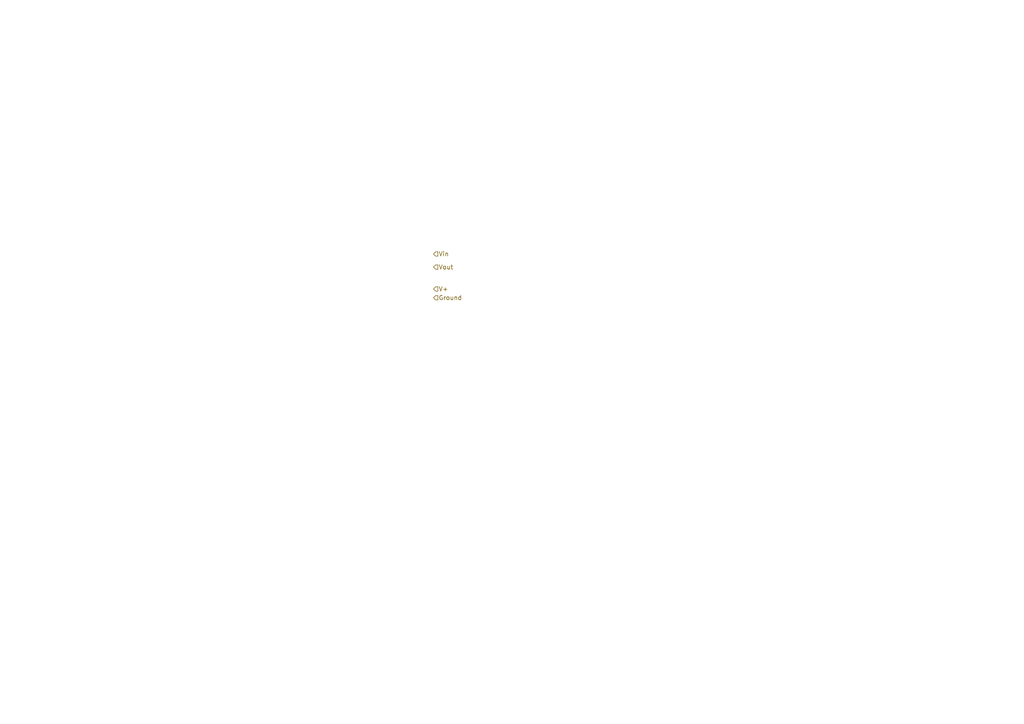
<source format=kicad_sch>
(kicad_sch
	(version 20231120)
	(generator "eeschema")
	(generator_version "8.0")
	(uuid "e363d5bc-6c8b-488c-9bfd-531fa92658ca")
	(paper "A4")
	(lib_symbols)
	(hierarchical_label "Ground"
		(shape input)
		(at 125.73 86.36 0)
		(fields_autoplaced yes)
		(effects
			(font
				(size 1.27 1.27)
			)
			(justify left)
		)
		(uuid "03db92ed-81df-4e0f-a6d9-f03f9ac4f475")
	)
	(hierarchical_label "Vout"
		(shape input)
		(at 125.73 77.47 0)
		(fields_autoplaced yes)
		(effects
			(font
				(size 1.27 1.27)
			)
			(justify left)
		)
		(uuid "55a3e8fd-3e0b-4deb-9af0-53f3a4581bb3")
	)
	(hierarchical_label "V+"
		(shape input)
		(at 125.73 83.82 0)
		(fields_autoplaced yes)
		(effects
			(font
				(size 1.27 1.27)
			)
			(justify left)
		)
		(uuid "6bb129fa-a148-4fd0-ba2e-b3bb1cd3393f")
	)
	(hierarchical_label "Vin"
		(shape input)
		(at 125.73 73.66 0)
		(fields_autoplaced yes)
		(effects
			(font
				(size 1.27 1.27)
			)
			(justify left)
		)
		(uuid "a9d39834-0d2a-4f45-a20e-23bc6363f36b")
	)
)

</source>
